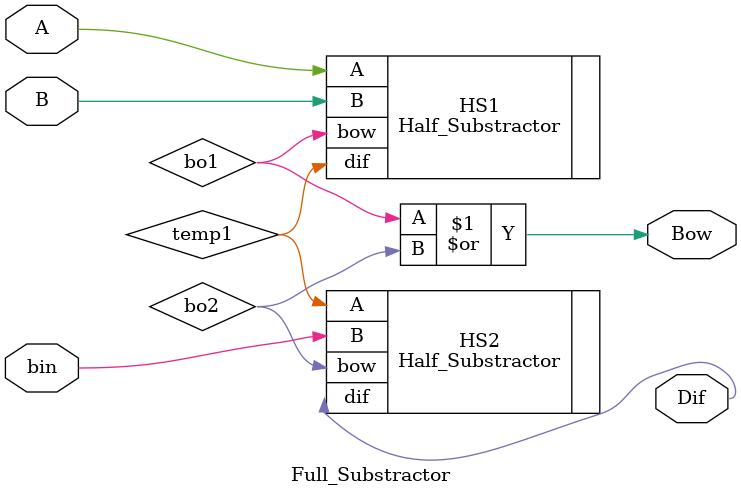
<source format=v>
module Full_Substractor(input A, B, bin, output Dif, Bow);
wire temp1, bo1, bo2;
Half_Substractor HS1(.A(A), .B(B), .dif(temp1), .bow(bo1));
Half_Substractor HS2(.A(temp1), .B(bin), .dif(Dif), .bow(bo2));
assign Bow = bo1|bo2;
endmodule

</source>
